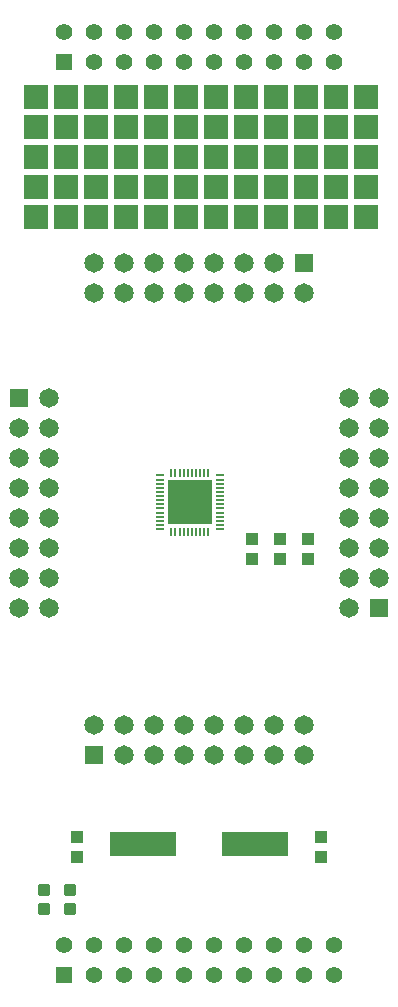
<source format=gbr>
%TF.GenerationSoftware,Altium Limited,Altium Designer,23.4.1 (23)*%
G04 Layer_Color=255*
%FSLAX45Y45*%
%MOMM*%
%TF.SameCoordinates,06F9E411-BB4A-4FCF-AF8D-8E7D50D0EFEC*%
%TF.FilePolarity,Positive*%
%TF.FileFunction,Pads,Top*%
%TF.Part,Single*%
G01*
G75*
%TA.AperFunction,SMDPad,CuDef*%
G04:AMPARAMS|DCode=11|XSize=0.94mm|YSize=1.02mm|CornerRadius=0.094mm|HoleSize=0mm|Usage=FLASHONLY|Rotation=270.000|XOffset=0mm|YOffset=0mm|HoleType=Round|Shape=RoundedRectangle|*
%AMROUNDEDRECTD11*
21,1,0.94000,0.83200,0,0,270.0*
21,1,0.75200,1.02000,0,0,270.0*
1,1,0.18800,-0.41600,-0.37600*
1,1,0.18800,-0.41600,0.37600*
1,1,0.18800,0.41600,0.37600*
1,1,0.18800,0.41600,-0.37600*
%
%ADD11ROUNDEDRECTD11*%
%ADD12R,1.00000X1.10000*%
%ADD13R,3.75000X3.75000*%
%ADD14R,0.15000X0.80000*%
%ADD15R,0.80000X0.15000*%
%ADD16R,5.60000X2.10000*%
%TA.AperFunction,ComponentPad*%
%ADD18C,1.39000*%
%ADD19R,1.39000X1.39000*%
%ADD20R,1.65000X1.65000*%
%ADD21C,1.65000*%
%TA.AperFunction,ViaPad*%
%ADD22R,2.00000X2.00000*%
%TA.AperFunction,ComponentPad*%
%ADD23R,1.65000X1.65000*%
D11*
X333375Y1222000D02*
D03*
Y1064000D02*
D03*
X555625D02*
D03*
Y1222000D02*
D03*
D12*
X2095500Y4196625D02*
D03*
Y4026625D02*
D03*
X2333625Y4196625D02*
D03*
Y4026625D02*
D03*
X2571750Y4196625D02*
D03*
Y4026625D02*
D03*
X619125Y1502500D02*
D03*
Y1672500D02*
D03*
X2682875Y1502500D02*
D03*
Y1672500D02*
D03*
D13*
X1571625Y4508500D02*
D03*
D14*
X1729125Y4258500D02*
D03*
X1694125D02*
D03*
X1659125D02*
D03*
X1624125D02*
D03*
X1589125D02*
D03*
X1554125D02*
D03*
X1519125D02*
D03*
X1484125D02*
D03*
X1449125D02*
D03*
X1414125D02*
D03*
Y4758500D02*
D03*
X1449125D02*
D03*
X1484125D02*
D03*
X1519125D02*
D03*
X1554125D02*
D03*
X1589125D02*
D03*
X1624125D02*
D03*
X1659125D02*
D03*
X1694125D02*
D03*
X1729125D02*
D03*
D15*
X1316625Y4281000D02*
D03*
Y4316000D02*
D03*
Y4351000D02*
D03*
Y4386000D02*
D03*
Y4421000D02*
D03*
Y4456000D02*
D03*
Y4491000D02*
D03*
Y4526000D02*
D03*
Y4561000D02*
D03*
Y4596000D02*
D03*
Y4631000D02*
D03*
Y4666000D02*
D03*
Y4701000D02*
D03*
Y4736000D02*
D03*
X1826625D02*
D03*
Y4701000D02*
D03*
Y4666000D02*
D03*
Y4631000D02*
D03*
Y4596000D02*
D03*
Y4561000D02*
D03*
Y4526000D02*
D03*
Y4491000D02*
D03*
Y4456000D02*
D03*
Y4421000D02*
D03*
Y4386000D02*
D03*
Y4351000D02*
D03*
Y4316000D02*
D03*
Y4281000D02*
D03*
D16*
X2125000Y1619250D02*
D03*
X1175000D02*
D03*
D18*
X2794000Y8492000D02*
D03*
Y8238000D02*
D03*
X2540000Y8492000D02*
D03*
Y8238000D02*
D03*
X2286000Y8492000D02*
D03*
Y8238000D02*
D03*
X2032000Y8492000D02*
D03*
Y8238000D02*
D03*
X1778000Y8492000D02*
D03*
Y8238000D02*
D03*
X1524000Y8492000D02*
D03*
Y8238000D02*
D03*
X1270000Y8492000D02*
D03*
Y8238000D02*
D03*
X1016000Y8492000D02*
D03*
Y8238000D02*
D03*
X762000Y8492000D02*
D03*
Y8238000D02*
D03*
X508000Y8492000D02*
D03*
X2794000Y762000D02*
D03*
Y508000D02*
D03*
X2540000Y762000D02*
D03*
Y508000D02*
D03*
X2286000Y762000D02*
D03*
Y508000D02*
D03*
X2032000Y762000D02*
D03*
Y508000D02*
D03*
X1778000Y762000D02*
D03*
Y508000D02*
D03*
X1524000Y762000D02*
D03*
Y508000D02*
D03*
X1270000Y762000D02*
D03*
Y508000D02*
D03*
X1016000Y762000D02*
D03*
Y508000D02*
D03*
X762000Y762000D02*
D03*
Y508000D02*
D03*
X508000Y762000D02*
D03*
D19*
Y8238000D02*
D03*
Y508000D02*
D03*
D20*
X2539000Y6532000D02*
D03*
X761000Y2368000D02*
D03*
D21*
X2539000Y6278000D02*
D03*
X2285000Y6532000D02*
D03*
Y6278000D02*
D03*
X2031000Y6532000D02*
D03*
Y6278000D02*
D03*
X1777000Y6532000D02*
D03*
Y6278000D02*
D03*
X1523000Y6532000D02*
D03*
Y6278000D02*
D03*
X1269000Y6532000D02*
D03*
Y6278000D02*
D03*
X1015000Y6532000D02*
D03*
Y6278000D02*
D03*
X761000Y6532000D02*
D03*
Y6278000D02*
D03*
Y2622000D02*
D03*
X1015000Y2368000D02*
D03*
Y2622000D02*
D03*
X1269000Y2368000D02*
D03*
Y2622000D02*
D03*
X1523000Y2368000D02*
D03*
Y2622000D02*
D03*
X1777000Y2368000D02*
D03*
Y2622000D02*
D03*
X2031000Y2368000D02*
D03*
Y2622000D02*
D03*
X2285000Y2368000D02*
D03*
Y2622000D02*
D03*
X2539000Y2368000D02*
D03*
Y2622000D02*
D03*
X2919000Y3611000D02*
D03*
X3173000Y3865000D02*
D03*
X2919000D02*
D03*
X3173000Y4119000D02*
D03*
X2919000D02*
D03*
X3173000Y4373000D02*
D03*
X2919000D02*
D03*
X3173000Y4627000D02*
D03*
X2919000D02*
D03*
X3173000Y4881000D02*
D03*
X2919000D02*
D03*
X3173000Y5135000D02*
D03*
X2919000D02*
D03*
X3173000Y5389000D02*
D03*
X2919000D02*
D03*
X381000D02*
D03*
X127000Y5135000D02*
D03*
X381000D02*
D03*
X127000Y4881000D02*
D03*
X381000D02*
D03*
X127000Y4627000D02*
D03*
X381000D02*
D03*
X127000Y4373000D02*
D03*
X381000D02*
D03*
X127000Y4119000D02*
D03*
X381000D02*
D03*
X127000Y3865000D02*
D03*
X381000D02*
D03*
X127000Y3611000D02*
D03*
X381000D02*
D03*
D22*
X2555875Y6921500D02*
D03*
X2301875D02*
D03*
X2809875D02*
D03*
X3063875D02*
D03*
X1539875D02*
D03*
X1793875D02*
D03*
X2047875D02*
D03*
X1285875D02*
D03*
X777875D02*
D03*
X523875D02*
D03*
X1031875D02*
D03*
X269875D02*
D03*
X2555875Y7175500D02*
D03*
X2301875D02*
D03*
X2809875D02*
D03*
X3063875D02*
D03*
X1539875D02*
D03*
X1793875D02*
D03*
X2047875D02*
D03*
X1285875D02*
D03*
X777875D02*
D03*
X523875D02*
D03*
X1031875D02*
D03*
X269875D02*
D03*
Y7429500D02*
D03*
X1031875D02*
D03*
X523875D02*
D03*
X777875D02*
D03*
X1285875D02*
D03*
X2047875D02*
D03*
X1793875D02*
D03*
X1539875D02*
D03*
X3063875D02*
D03*
X2809875D02*
D03*
X2301875D02*
D03*
X2555875D02*
D03*
X2301875Y7937500D02*
D03*
Y7683500D02*
D03*
X2555875D02*
D03*
Y7937500D02*
D03*
X3063875D02*
D03*
Y7683500D02*
D03*
X2809875D02*
D03*
Y7937500D02*
D03*
X1285875D02*
D03*
Y7683500D02*
D03*
X1539875D02*
D03*
Y7937500D02*
D03*
X2047875D02*
D03*
Y7683500D02*
D03*
X1793875D02*
D03*
Y7937500D02*
D03*
X777875D02*
D03*
Y7683500D02*
D03*
X1031875D02*
D03*
Y7937500D02*
D03*
X523875D02*
D03*
Y7683500D02*
D03*
X269875D02*
D03*
Y7937500D02*
D03*
D23*
X3173000Y3611000D02*
D03*
X127000Y5389000D02*
D03*
%TF.MD5,127632ecfb821e630369b52b5e0e3cac*%
M02*

</source>
